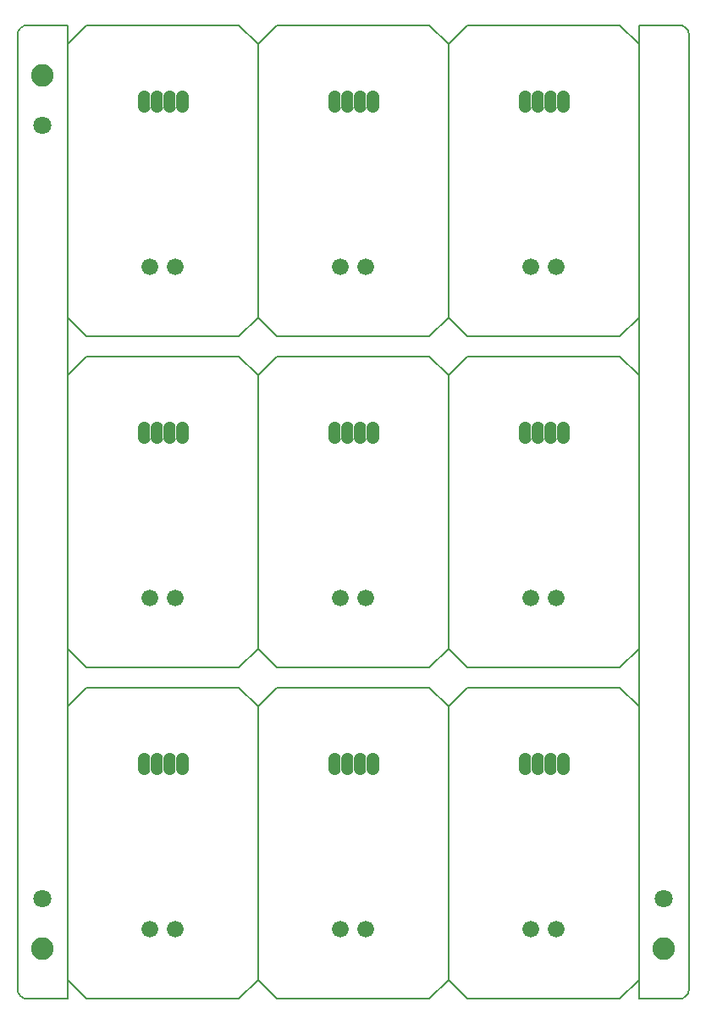
<source format=gts>
*
%FSLAX26Y26*%
%MOIN*%
%ADD10C,0.048500*%
%ADD11C,0.066000*%
%ADD12R,0.004000X0.004000*%
%ADD13C,0.005906*%
%ADD14C,0.088583*%
%ADD15C,0.070866*%
%IPPOS*%
%LN5060-458671.gts*%
%LPD*%
G75*
G54D10*
X646850Y907000D02*
Y943000D01*
X596850Y907000D02*
Y943000D01*
X546850Y907000D02*
Y943000D01*
X496850Y907000D02*
Y943000D01*
G54D11*
X621850Y275000D03*
X521850D03*
%LPC*%
G75*
X521850Y275000D02*
G54D12*
X621850Y948935D02*
Y901065D01*
X571850Y948935D02*
Y901065D01*
X521850Y948935D02*
Y901065D01*
%LPD*%
G75*
X521850Y901065D02*
G54D13*
X271850Y1225000D02*
X296850D01*
X196850Y1150000D02*
X271850Y1225000D01*
X296850D02*
X871850D01*
X196850Y75000D02*
Y1150000D01*
Y75000D02*
X271850Y0D01*
X871850D01*
X946850Y75000D01*
Y1150000D01*
X871850Y1225000D02*
X946850Y1150000D01*
G54D10*
X646850Y2210740D02*
Y2246740D01*
X596850Y2210740D02*
Y2246740D01*
X546850Y2210740D02*
Y2246740D01*
X496850Y2210740D02*
Y2246740D01*
G54D11*
X621850Y1578740D03*
X521850D03*
%LPC*%
G75*
X521850Y1578740D02*
G54D12*
X621850Y2252675D02*
Y2204805D01*
X571850Y2252675D02*
Y2204805D01*
X521850Y2252675D02*
Y2204805D01*
%LPD*%
G75*
X521850Y2204805D02*
G54D13*
X271850Y2528740D02*
X296850D01*
X196850Y2453740D02*
X271850Y2528740D01*
X296850D02*
X871850D01*
X196850Y1378740D02*
Y2453740D01*
Y1378740D02*
X271850Y1303740D01*
X871850D01*
X946850Y1378740D01*
Y2453740D01*
X871850Y2528740D02*
X946850Y2453740D01*
G54D10*
X646850Y3514480D02*
Y3550480D01*
X596850Y3514480D02*
Y3550480D01*
X546850Y3514480D02*
Y3550480D01*
X496850Y3514480D02*
Y3550480D01*
G54D11*
X621850Y2882480D03*
X521850D03*
%LPC*%
G75*
X521850Y2882480D02*
G54D12*
X621850Y3556416D02*
Y3508545D01*
X571850Y3556416D02*
Y3508545D01*
X521850Y3556416D02*
Y3508545D01*
%LPD*%
G75*
X521850Y3508545D02*
G54D13*
X271850Y3832480D02*
X296850D01*
X196850Y3757480D02*
X271850Y3832480D01*
X296850D02*
X871850D01*
X196850Y2682480D02*
Y3757480D01*
Y2682480D02*
X271850Y2607480D01*
X871850D01*
X946850Y2682480D01*
Y3757480D01*
X871850Y3832480D02*
X946850Y3757480D01*
G54D10*
X1396850Y907000D02*
Y943000D01*
X1346850Y907000D02*
Y943000D01*
X1296850Y907000D02*
Y943000D01*
X1246850Y907000D02*
Y943000D01*
G54D11*
X1371850Y275000D03*
X1271850D03*
%LPC*%
G75*
X1271850Y275000D02*
G54D12*
X1371850Y948935D02*
Y901065D01*
X1321850Y948935D02*
Y901065D01*
X1271850Y948935D02*
Y901065D01*
%LPD*%
G75*
X1271850Y901065D02*
G54D13*
X1021850Y1225000D02*
X1046850D01*
X946850Y1150000D02*
X1021850Y1225000D01*
X1046850D02*
X1621850D01*
X946850Y75000D02*
Y1150000D01*
Y75000D02*
X1021850Y0D01*
X1621850D01*
X1696850Y75000D01*
Y1150000D01*
X1621850Y1225000D02*
X1696850Y1150000D01*
G54D10*
X1396850Y2210740D02*
Y2246740D01*
X1346850Y2210740D02*
Y2246740D01*
X1296850Y2210740D02*
Y2246740D01*
X1246850Y2210740D02*
Y2246740D01*
G54D11*
X1371850Y1578740D03*
X1271850D03*
%LPC*%
G75*
X1271850Y1578740D02*
G54D12*
X1371850Y2252675D02*
Y2204805D01*
X1321850Y2252675D02*
Y2204805D01*
X1271850Y2252675D02*
Y2204805D01*
%LPD*%
G75*
X1271850Y2204805D02*
G54D13*
X1021850Y2528740D02*
X1046850D01*
X946850Y2453740D02*
X1021850Y2528740D01*
X1046850D02*
X1621850D01*
X946850Y1378740D02*
Y2453740D01*
Y1378740D02*
X1021850Y1303740D01*
X1621850D01*
X1696850Y1378740D01*
Y2453740D01*
X1621850Y2528740D02*
X1696850Y2453740D01*
G54D10*
X1396850Y3514480D02*
Y3550480D01*
X1346850Y3514480D02*
Y3550480D01*
X1296850Y3514480D02*
Y3550480D01*
X1246850Y3514480D02*
Y3550480D01*
G54D11*
X1371850Y2882480D03*
X1271850D03*
%LPC*%
G75*
X1271850Y2882480D02*
G54D12*
X1371850Y3556416D02*
Y3508545D01*
X1321850Y3556416D02*
Y3508545D01*
X1271850Y3556416D02*
Y3508545D01*
%LPD*%
G75*
X1271850Y3508545D02*
G54D13*
X1021850Y3832480D02*
X1046850D01*
X946850Y3757480D02*
X1021850Y3832480D01*
X1046850D02*
X1621850D01*
X946850Y2682480D02*
Y3757480D01*
Y2682480D02*
X1021850Y2607480D01*
X1621850D01*
X1696850Y2682480D01*
Y3757480D01*
X1621850Y3832480D02*
X1696850Y3757480D01*
G54D10*
X2146850Y907000D02*
Y943000D01*
X2096850Y907000D02*
Y943000D01*
X2046850Y907000D02*
Y943000D01*
X1996850Y907000D02*
Y943000D01*
G54D11*
X2121850Y275000D03*
X2021850D03*
%LPC*%
G75*
X2021850Y275000D02*
G54D12*
X2121850Y948935D02*
Y901065D01*
X2071850Y948935D02*
Y901065D01*
X2021850Y948935D02*
Y901065D01*
%LPD*%
G75*
X2021850Y901065D02*
G54D13*
X1771850Y1225000D02*
X1796850D01*
X1696850Y1150000D02*
X1771850Y1225000D01*
X1796850D02*
X2371850D01*
X1696850Y75000D02*
Y1150000D01*
Y75000D02*
X1771850Y0D01*
X2371850D01*
X2446850Y75000D01*
Y1150000D01*
X2371850Y1225000D02*
X2446850Y1150000D01*
G54D10*
X2146850Y2210740D02*
Y2246740D01*
X2096850Y2210740D02*
Y2246740D01*
X2046850Y2210740D02*
Y2246740D01*
X1996850Y2210740D02*
Y2246740D01*
G54D11*
X2121850Y1578740D03*
X2021850D03*
%LPC*%
G75*
X2021850Y1578740D02*
G54D12*
X2121850Y2252675D02*
Y2204805D01*
X2071850Y2252675D02*
Y2204805D01*
X2021850Y2252675D02*
Y2204805D01*
%LPD*%
G75*
X2021850Y2204805D02*
G54D13*
X1771850Y2528740D02*
X1796850D01*
X1696850Y2453740D02*
X1771850Y2528740D01*
X1796850D02*
X2371850D01*
X1696850Y1378740D02*
Y2453740D01*
Y1378740D02*
X1771850Y1303740D01*
X2371850D01*
X2446850Y1378740D01*
Y2453740D01*
X2371850Y2528740D02*
X2446850Y2453740D01*
G54D10*
X2146850Y3514480D02*
Y3550480D01*
X2096850Y3514480D02*
Y3550480D01*
X2046850Y3514480D02*
Y3550480D01*
X1996850Y3514480D02*
Y3550480D01*
G54D11*
X2121850Y2882480D03*
X2021850D03*
%LPC*%
G75*
X2021850Y2882480D02*
G54D12*
X2121850Y3556416D02*
Y3508545D01*
X2071850Y3556416D02*
Y3508545D01*
X2021850Y3556416D02*
Y3508545D01*
%LPD*%
G75*
X2021850Y3508545D02*
G54D13*
X1771850Y3832480D02*
X1796850D01*
X1696850Y3757480D02*
X1771850Y3832480D01*
X1796850D02*
X2371850D01*
X1696850Y2682480D02*
Y3757480D01*
Y2682480D02*
X1771850Y2607480D01*
X2371850D01*
X2446850Y2682480D01*
Y3757480D01*
X2371850Y3832480D02*
X2446850Y3757480D01*
X39370Y3832480D02*
X196850D01*
X2643701Y3793110D02*
Y39370D01*
X2604331Y0D02*
X2446850D01*
X0Y39370D02*
Y3793110D01*
X196850Y0D02*
Y3832480D01*
X2446850D02*
Y0D01*
Y3832480D02*
X2604331D01*
X196850Y0D02*
X39370D01*
Y3832480D02*
X33163Y3831988D01*
X27110Y3830523D01*
X21365Y3828122D01*
X16070Y3824845D01*
X11358Y3820774D01*
X7346Y3816012D01*
X4136Y3810676D01*
X1807Y3804901D01*
X418Y3798831D01*
X0Y3793110D01*
Y39370D02*
X492Y33163D01*
X1957Y27110D01*
X4358Y21365D01*
X7635Y16070D01*
X11706Y11358D01*
X16469Y7346D01*
X21804Y4136D01*
X27580Y1807D01*
X33650Y418D01*
X39370Y0D01*
X2604331D02*
X2610538Y492D01*
X2616590Y1957D01*
X2622336Y4358D01*
X2627631Y7635D01*
X2632343Y11706D01*
X2636355Y16469D01*
X2639565Y21804D01*
X2641894Y27580D01*
X2643283Y33650D01*
X2643701Y39370D01*
X2604331Y3832480D02*
X2610538Y3831988D01*
X2616590Y3830523D01*
X2622336Y3828122D01*
X2627631Y3824845D01*
X2632343Y3820774D01*
X2636355Y3816012D01*
X2639565Y3810676D01*
X2641894Y3804901D01*
X2643283Y3798831D01*
X2643701Y3793110D01*
G54D14*
X98425Y3635630D03*
Y196850D03*
X2545276D03*
G54D15*
X98425Y393701D03*
X2545276D03*
X98425Y3438780D03*
M02*

</source>
